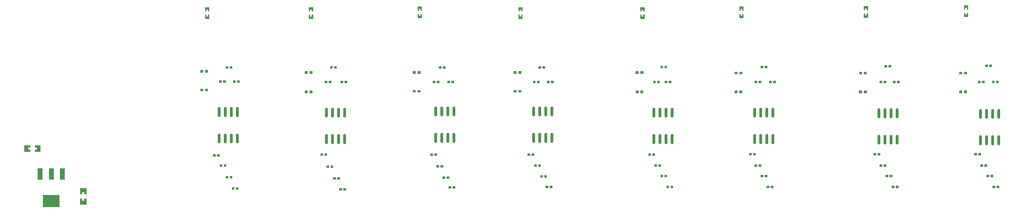
<source format=gtp>
G04 Layer: TopPasteMaskLayer*
G04 EasyEDA v6.5.9, 2022-07-19 10:17:32*
G04 949b56ed96714d3c9a1e36b78244d617,84c7e2b185e6486294edc9ff802fc075,10*
G04 Gerber Generator version 0.2*
G04 Scale: 100 percent, Rotated: No, Reflected: No *
G04 Dimensions in millimeters *
G04 leading zeros omitted , absolute positions ,4 integer and 5 decimal *
%FSLAX45Y45*%
%MOMM*%

%ADD10C,0.5740*%
%ADD11R,1.0500X2.4650*%

%LPD*%
G36*
X4841900Y12892582D02*
G01*
X4836922Y12887604D01*
X4836922Y12842595D01*
X4841900Y12837617D01*
X4889906Y12837617D01*
X4896916Y12842595D01*
X4896916Y12887604D01*
X4889906Y12892582D01*
G37*
G36*
X4939893Y12892582D02*
G01*
X4932883Y12887604D01*
X4932883Y12842595D01*
X4939893Y12837617D01*
X4987899Y12837617D01*
X4992878Y12842595D01*
X4992878Y12887604D01*
X4987899Y12892582D01*
G37*
G36*
X7026300Y12460782D02*
G01*
X7021322Y12455804D01*
X7021322Y12410795D01*
X7026300Y12405817D01*
X7074306Y12405817D01*
X7081316Y12410795D01*
X7081316Y12455804D01*
X7074306Y12460782D01*
G37*
G36*
X7124293Y12460782D02*
G01*
X7117283Y12455804D01*
X7117283Y12410795D01*
X7124293Y12405817D01*
X7172299Y12405817D01*
X7177278Y12410795D01*
X7177278Y12455804D01*
X7172299Y12460782D01*
G37*
G36*
X9286900Y12473482D02*
G01*
X9281922Y12468504D01*
X9281922Y12423495D01*
X9286900Y12418517D01*
X9334906Y12418517D01*
X9341916Y12423495D01*
X9341916Y12468504D01*
X9334906Y12473482D01*
G37*
G36*
X9384893Y12473482D02*
G01*
X9377883Y12468504D01*
X9377883Y12423495D01*
X9384893Y12418517D01*
X9432899Y12418517D01*
X9437878Y12423495D01*
X9437878Y12468504D01*
X9432899Y12473482D01*
G37*
G36*
X11395100Y12473482D02*
G01*
X11390122Y12468504D01*
X11390122Y12423495D01*
X11395100Y12418517D01*
X11443106Y12418517D01*
X11450116Y12423495D01*
X11450116Y12468504D01*
X11443106Y12473482D01*
G37*
G36*
X11493093Y12473482D02*
G01*
X11486083Y12468504D01*
X11486083Y12423495D01*
X11493093Y12418517D01*
X11541099Y12418517D01*
X11546078Y12423495D01*
X11546078Y12468504D01*
X11541099Y12473482D01*
G37*
G36*
X13947800Y12460782D02*
G01*
X13942822Y12455804D01*
X13942822Y12410795D01*
X13947800Y12405817D01*
X13995806Y12405817D01*
X14002816Y12410795D01*
X14002816Y12455804D01*
X13995806Y12460782D01*
G37*
G36*
X14045793Y12460782D02*
G01*
X14038783Y12455804D01*
X14038783Y12410795D01*
X14045793Y12405817D01*
X14093799Y12405817D01*
X14098778Y12410795D01*
X14098778Y12455804D01*
X14093799Y12460782D01*
G37*
G36*
X16017900Y12460782D02*
G01*
X16012922Y12455804D01*
X16012922Y12410795D01*
X16017900Y12405817D01*
X16065906Y12405817D01*
X16072916Y12410795D01*
X16072916Y12455804D01*
X16065906Y12460782D01*
G37*
G36*
X16115893Y12460782D02*
G01*
X16108883Y12455804D01*
X16108883Y12410795D01*
X16115893Y12405817D01*
X16163899Y12405817D01*
X16168878Y12410795D01*
X16168878Y12455804D01*
X16163899Y12460782D01*
G37*
G36*
X18621400Y12854482D02*
G01*
X18616422Y12849504D01*
X18616422Y12804495D01*
X18621400Y12799517D01*
X18669406Y12799517D01*
X18676416Y12804495D01*
X18676416Y12849504D01*
X18669406Y12854482D01*
G37*
G36*
X18719393Y12854482D02*
G01*
X18712383Y12849504D01*
X18712383Y12804495D01*
X18719393Y12799517D01*
X18767399Y12799517D01*
X18772378Y12804495D01*
X18772378Y12849504D01*
X18767399Y12854482D01*
G37*
G36*
X20716900Y12854482D02*
G01*
X20711922Y12849504D01*
X20711922Y12804495D01*
X20716900Y12799517D01*
X20764906Y12799517D01*
X20771916Y12804495D01*
X20771916Y12849504D01*
X20764906Y12854482D01*
G37*
G36*
X20814893Y12854482D02*
G01*
X20807883Y12849504D01*
X20807883Y12804495D01*
X20814893Y12799517D01*
X20862899Y12799517D01*
X20867878Y12804495D01*
X20867878Y12849504D01*
X20862899Y12854482D01*
G37*
G36*
X1158290Y11310518D02*
G01*
X1153312Y11305489D01*
X1153312Y11177524D01*
X1158290Y11172494D01*
X1273302Y11172494D01*
X1278280Y11177524D01*
X1277823Y11219484D01*
X1233779Y11219484D01*
X1233779Y11264493D01*
X1278788Y11264493D01*
X1278280Y11305489D01*
X1273302Y11310518D01*
G37*
G36*
X1373276Y11310518D02*
G01*
X1368298Y11305489D01*
X1368806Y11264493D01*
X1412798Y11264493D01*
X1412798Y11219484D01*
X1368298Y11219484D01*
X1368298Y11177524D01*
X1373276Y11172494D01*
X1488287Y11172494D01*
X1493316Y11177524D01*
X1493316Y11305489D01*
X1488287Y11310518D01*
G37*
G36*
X2362606Y10194188D02*
G01*
X2321610Y10193680D01*
X2316581Y10188702D01*
X2316581Y10073690D01*
X2321610Y10068712D01*
X2449576Y10068712D01*
X2454605Y10073690D01*
X2454605Y10188702D01*
X2449576Y10193680D01*
X2407615Y10193223D01*
X2407615Y10149179D01*
X2362606Y10149179D01*
G37*
G36*
X2321610Y10408716D02*
G01*
X2316581Y10403687D01*
X2316581Y10288676D01*
X2321610Y10283698D01*
X2362606Y10284206D01*
X2362606Y10328198D01*
X2407615Y10328198D01*
X2407615Y10283698D01*
X2449576Y10283698D01*
X2454605Y10288676D01*
X2454605Y10403687D01*
X2449576Y10408716D01*
G37*
G36*
X4939893Y12498882D02*
G01*
X4934915Y12493904D01*
X4934915Y12448895D01*
X4939893Y12443917D01*
X4992878Y12443917D01*
X4997907Y12448895D01*
X4997907Y12493904D01*
X4992878Y12498882D01*
G37*
G36*
X4836922Y12498882D02*
G01*
X4831892Y12493904D01*
X4831892Y12448895D01*
X4836922Y12443917D01*
X4889906Y12443917D01*
X4894884Y12448895D01*
X4894884Y12493904D01*
X4889906Y12498882D01*
G37*
G36*
X7124293Y12867182D02*
G01*
X7119315Y12862204D01*
X7119315Y12817195D01*
X7124293Y12812217D01*
X7177278Y12812217D01*
X7182307Y12817195D01*
X7182307Y12862204D01*
X7177278Y12867182D01*
G37*
G36*
X7021322Y12867182D02*
G01*
X7016292Y12862204D01*
X7016292Y12817195D01*
X7021322Y12812217D01*
X7074306Y12812217D01*
X7079284Y12817195D01*
X7079284Y12862204D01*
X7074306Y12867182D01*
G37*
G36*
X11493093Y12867182D02*
G01*
X11488115Y12862204D01*
X11488115Y12817195D01*
X11493093Y12812217D01*
X11546078Y12812217D01*
X11551107Y12817195D01*
X11551107Y12862204D01*
X11546078Y12867182D01*
G37*
G36*
X11390122Y12867182D02*
G01*
X11385092Y12862204D01*
X11385092Y12817195D01*
X11390122Y12812217D01*
X11443106Y12812217D01*
X11448084Y12817195D01*
X11448084Y12862204D01*
X11443106Y12867182D01*
G37*
G36*
X9384893Y12867182D02*
G01*
X9379915Y12862204D01*
X9379915Y12817195D01*
X9384893Y12812217D01*
X9437878Y12812217D01*
X9442907Y12817195D01*
X9442907Y12862204D01*
X9437878Y12867182D01*
G37*
G36*
X9281922Y12867182D02*
G01*
X9276892Y12862204D01*
X9276892Y12817195D01*
X9281922Y12812217D01*
X9334906Y12812217D01*
X9339884Y12817195D01*
X9339884Y12862204D01*
X9334906Y12867182D01*
G37*
G36*
X18719393Y12460782D02*
G01*
X18714415Y12455804D01*
X18714415Y12410795D01*
X18719393Y12405817D01*
X18772378Y12405817D01*
X18777407Y12410795D01*
X18777407Y12455804D01*
X18772378Y12460782D01*
G37*
G36*
X18616422Y12460782D02*
G01*
X18611392Y12455804D01*
X18611392Y12410795D01*
X18616422Y12405817D01*
X18669406Y12405817D01*
X18674384Y12410795D01*
X18674384Y12455804D01*
X18669406Y12460782D01*
G37*
G36*
X20814893Y12460782D02*
G01*
X20809915Y12455804D01*
X20809915Y12410795D01*
X20814893Y12405817D01*
X20867878Y12405817D01*
X20872907Y12410795D01*
X20872907Y12455804D01*
X20867878Y12460782D01*
G37*
G36*
X20711922Y12460782D02*
G01*
X20706892Y12455804D01*
X20706892Y12410795D01*
X20711922Y12405817D01*
X20764906Y12405817D01*
X20769884Y12410795D01*
X20769884Y12455804D01*
X20764906Y12460782D01*
G37*
G36*
X16115893Y12854482D02*
G01*
X16110915Y12849504D01*
X16110915Y12804495D01*
X16115893Y12799517D01*
X16168878Y12799517D01*
X16173907Y12804495D01*
X16173907Y12849504D01*
X16168878Y12854482D01*
G37*
G36*
X16012922Y12854482D02*
G01*
X16007892Y12849504D01*
X16007892Y12804495D01*
X16012922Y12799517D01*
X16065906Y12799517D01*
X16070884Y12804495D01*
X16070884Y12849504D01*
X16065906Y12854482D01*
G37*
G36*
X14045793Y12867182D02*
G01*
X14040815Y12862204D01*
X14040815Y12817195D01*
X14045793Y12812217D01*
X14098778Y12812217D01*
X14103807Y12817195D01*
X14103807Y12862204D01*
X14098778Y12867182D01*
G37*
G36*
X13942822Y12867182D02*
G01*
X13937792Y12862204D01*
X13937792Y12817195D01*
X13942822Y12812217D01*
X13995806Y12812217D01*
X14000784Y12817195D01*
X14000784Y12862204D01*
X13995806Y12867182D01*
G37*
G36*
X5580126Y10428325D02*
G01*
X5576112Y10424312D01*
X5576112Y10378287D01*
X5580126Y10374274D01*
X5630164Y10374274D01*
X5634177Y10378287D01*
X5634177Y10424312D01*
X5630164Y10428325D01*
G37*
G36*
X5495036Y10428325D02*
G01*
X5491022Y10424312D01*
X5491022Y10378287D01*
X5495036Y10374274D01*
X5545074Y10374274D01*
X5549087Y10378287D01*
X5549087Y10424312D01*
X5545074Y10428325D01*
G37*
G36*
X5453126Y10669625D02*
G01*
X5449112Y10665612D01*
X5449112Y10619587D01*
X5453126Y10615574D01*
X5503164Y10615574D01*
X5507177Y10619587D01*
X5507177Y10665612D01*
X5503164Y10669625D01*
G37*
G36*
X5368036Y10669625D02*
G01*
X5364022Y10665612D01*
X5364022Y10619587D01*
X5368036Y10615574D01*
X5418074Y10615574D01*
X5422087Y10619587D01*
X5422087Y10665612D01*
X5418074Y10669625D01*
G37*
G36*
X5326126Y10910925D02*
G01*
X5322112Y10906912D01*
X5322112Y10860887D01*
X5326126Y10856874D01*
X5376164Y10856874D01*
X5380177Y10860887D01*
X5380177Y10906912D01*
X5376164Y10910925D01*
G37*
G36*
X5241036Y10910925D02*
G01*
X5237022Y10906912D01*
X5237022Y10860887D01*
X5241036Y10856874D01*
X5291074Y10856874D01*
X5295087Y10860887D01*
X5295087Y10906912D01*
X5291074Y10910925D01*
G37*
G36*
X5186426Y11126825D02*
G01*
X5182412Y11122812D01*
X5182412Y11076787D01*
X5186426Y11072774D01*
X5236464Y11072774D01*
X5240477Y11076787D01*
X5240477Y11122812D01*
X5236464Y11126825D01*
G37*
G36*
X5101336Y11126825D02*
G01*
X5097322Y11122812D01*
X5097322Y11076787D01*
X5101336Y11072774D01*
X5151374Y11072774D01*
X5155387Y11076787D01*
X5155387Y11122812D01*
X5151374Y11126825D01*
G37*
G36*
X5228336Y12676225D02*
G01*
X5224322Y12672212D01*
X5224322Y12626187D01*
X5228336Y12622174D01*
X5278374Y12622174D01*
X5282387Y12626187D01*
X5282387Y12672212D01*
X5278374Y12676225D01*
G37*
G36*
X5313426Y12676225D02*
G01*
X5309412Y12672212D01*
X5309412Y12626187D01*
X5313426Y12622174D01*
X5363464Y12622174D01*
X5367477Y12626187D01*
X5367477Y12672212D01*
X5363464Y12676225D01*
G37*
G36*
X5605526Y12676225D02*
G01*
X5601512Y12672212D01*
X5601512Y12626187D01*
X5605526Y12622174D01*
X5655564Y12622174D01*
X5659577Y12626187D01*
X5659577Y12672212D01*
X5655564Y12676225D01*
G37*
G36*
X5520436Y12676225D02*
G01*
X5516422Y12672212D01*
X5516422Y12626187D01*
X5520436Y12622174D01*
X5570474Y12622174D01*
X5574487Y12626187D01*
X5574487Y12672212D01*
X5570474Y12676225D01*
G37*
G36*
X5368036Y12968325D02*
G01*
X5364022Y12964312D01*
X5364022Y12918287D01*
X5368036Y12914274D01*
X5418074Y12914274D01*
X5422087Y12918287D01*
X5422087Y12964312D01*
X5418074Y12968325D01*
G37*
G36*
X5453126Y12968325D02*
G01*
X5449112Y12964312D01*
X5449112Y12918287D01*
X5453126Y12914274D01*
X5503164Y12914274D01*
X5507177Y12918287D01*
X5507177Y12964312D01*
X5503164Y12968325D01*
G37*
G36*
X7552436Y12968325D02*
G01*
X7548422Y12964312D01*
X7548422Y12918287D01*
X7552436Y12914274D01*
X7602474Y12914274D01*
X7606487Y12918287D01*
X7606487Y12964312D01*
X7602474Y12968325D01*
G37*
G36*
X7637525Y12968325D02*
G01*
X7633512Y12964312D01*
X7633512Y12918287D01*
X7637525Y12914274D01*
X7687564Y12914274D01*
X7691577Y12918287D01*
X7691577Y12964312D01*
X7687564Y12968325D01*
G37*
G36*
X7853425Y12663525D02*
G01*
X7849412Y12659512D01*
X7849412Y12613487D01*
X7853425Y12609474D01*
X7903464Y12609474D01*
X7907477Y12613487D01*
X7907477Y12659512D01*
X7903464Y12663525D01*
G37*
G36*
X7768336Y12663525D02*
G01*
X7764322Y12659512D01*
X7764322Y12613487D01*
X7768336Y12609474D01*
X7818374Y12609474D01*
X7822387Y12613487D01*
X7822387Y12659512D01*
X7818374Y12663525D01*
G37*
G36*
X7438136Y12663525D02*
G01*
X7434122Y12659512D01*
X7434122Y12613487D01*
X7438136Y12609474D01*
X7488174Y12609474D01*
X7492187Y12613487D01*
X7492187Y12659512D01*
X7488174Y12663525D01*
G37*
G36*
X7523225Y12663525D02*
G01*
X7519212Y12659512D01*
X7519212Y12613487D01*
X7523225Y12609474D01*
X7573264Y12609474D01*
X7577277Y12613487D01*
X7577277Y12659512D01*
X7573264Y12663525D01*
G37*
G36*
X7434325Y11139525D02*
G01*
X7430312Y11135512D01*
X7430312Y11089487D01*
X7434325Y11085474D01*
X7484364Y11085474D01*
X7488377Y11089487D01*
X7488377Y11135512D01*
X7484364Y11139525D01*
G37*
G36*
X7349236Y11139525D02*
G01*
X7345222Y11135512D01*
X7345222Y11089487D01*
X7349236Y11085474D01*
X7399274Y11085474D01*
X7403287Y11089487D01*
X7403287Y11135512D01*
X7399274Y11139525D01*
G37*
G36*
X7561325Y10885525D02*
G01*
X7557312Y10881512D01*
X7557312Y10835487D01*
X7561325Y10831474D01*
X7611364Y10831474D01*
X7615377Y10835487D01*
X7615377Y10881512D01*
X7611364Y10885525D01*
G37*
G36*
X7476236Y10885525D02*
G01*
X7472222Y10881512D01*
X7472222Y10835487D01*
X7476236Y10831474D01*
X7526274Y10831474D01*
X7530287Y10835487D01*
X7530287Y10881512D01*
X7526274Y10885525D01*
G37*
G36*
X7701025Y10644225D02*
G01*
X7697012Y10640212D01*
X7697012Y10594187D01*
X7701025Y10590174D01*
X7751064Y10590174D01*
X7755077Y10594187D01*
X7755077Y10640212D01*
X7751064Y10644225D01*
G37*
G36*
X7615936Y10644225D02*
G01*
X7611922Y10640212D01*
X7611922Y10594187D01*
X7615936Y10590174D01*
X7665974Y10590174D01*
X7669987Y10594187D01*
X7669987Y10640212D01*
X7665974Y10644225D01*
G37*
G36*
X7828025Y10415625D02*
G01*
X7824012Y10411612D01*
X7824012Y10365587D01*
X7828025Y10361574D01*
X7878064Y10361574D01*
X7882077Y10365587D01*
X7882077Y10411612D01*
X7878064Y10415625D01*
G37*
G36*
X7742936Y10415625D02*
G01*
X7738922Y10411612D01*
X7738922Y10365587D01*
X7742936Y10361574D01*
X7792974Y10361574D01*
X7796987Y10365587D01*
X7796987Y10411612D01*
X7792974Y10415625D01*
G37*
G36*
X12146026Y10466425D02*
G01*
X12142012Y10462412D01*
X12142012Y10416387D01*
X12146026Y10412374D01*
X12196064Y10412374D01*
X12200077Y10416387D01*
X12200077Y10462412D01*
X12196064Y10466425D01*
G37*
G36*
X12060936Y10466425D02*
G01*
X12056922Y10462412D01*
X12056922Y10416387D01*
X12060936Y10412374D01*
X12110974Y10412374D01*
X12114987Y10416387D01*
X12114987Y10462412D01*
X12110974Y10466425D01*
G37*
G36*
X12031726Y10682325D02*
G01*
X12027712Y10678312D01*
X12027712Y10632287D01*
X12031726Y10628274D01*
X12081764Y10628274D01*
X12085777Y10632287D01*
X12085777Y10678312D01*
X12081764Y10682325D01*
G37*
G36*
X11946636Y10682325D02*
G01*
X11942622Y10678312D01*
X11942622Y10632287D01*
X11946636Y10628274D01*
X11996674Y10628274D01*
X12000687Y10632287D01*
X12000687Y10678312D01*
X11996674Y10682325D01*
G37*
G36*
X11904726Y10910925D02*
G01*
X11900712Y10906912D01*
X11900712Y10860887D01*
X11904726Y10856874D01*
X11954764Y10856874D01*
X11958777Y10860887D01*
X11958777Y10906912D01*
X11954764Y10910925D01*
G37*
G36*
X11819636Y10910925D02*
G01*
X11815622Y10906912D01*
X11815622Y10860887D01*
X11819636Y10856874D01*
X11869674Y10856874D01*
X11873687Y10860887D01*
X11873687Y10906912D01*
X11869674Y10910925D01*
G37*
G36*
X11765026Y11139525D02*
G01*
X11761012Y11135512D01*
X11761012Y11089487D01*
X11765026Y11085474D01*
X11815064Y11085474D01*
X11819077Y11089487D01*
X11819077Y11135512D01*
X11815064Y11139525D01*
G37*
G36*
X11679936Y11139525D02*
G01*
X11675922Y11135512D01*
X11675922Y11089487D01*
X11679936Y11085474D01*
X11729974Y11085474D01*
X11733987Y11089487D01*
X11733987Y11135512D01*
X11729974Y11139525D01*
G37*
G36*
X11794236Y12663525D02*
G01*
X11790222Y12659512D01*
X11790222Y12613487D01*
X11794236Y12609474D01*
X11844274Y12609474D01*
X11848287Y12613487D01*
X11848287Y12659512D01*
X11844274Y12663525D01*
G37*
G36*
X11879326Y12663525D02*
G01*
X11875312Y12659512D01*
X11875312Y12613487D01*
X11879326Y12609474D01*
X11929364Y12609474D01*
X11933377Y12613487D01*
X11933377Y12659512D01*
X11929364Y12663525D01*
G37*
G36*
X12171426Y12663525D02*
G01*
X12167412Y12659512D01*
X12167412Y12613487D01*
X12171426Y12609474D01*
X12221464Y12609474D01*
X12225477Y12613487D01*
X12225477Y12659512D01*
X12221464Y12663525D01*
G37*
G36*
X12086336Y12663525D02*
G01*
X12082322Y12659512D01*
X12082322Y12613487D01*
X12086336Y12609474D01*
X12136374Y12609474D01*
X12140387Y12613487D01*
X12140387Y12659512D01*
X12136374Y12663525D01*
G37*
G36*
X11908536Y12968325D02*
G01*
X11904522Y12964312D01*
X11904522Y12918287D01*
X11908536Y12914274D01*
X11958574Y12914274D01*
X11962587Y12918287D01*
X11962587Y12964312D01*
X11958574Y12968325D01*
G37*
G36*
X11993626Y12968325D02*
G01*
X11989612Y12964312D01*
X11989612Y12918287D01*
X11993626Y12914274D01*
X12043664Y12914274D01*
X12047677Y12918287D01*
X12047677Y12964312D01*
X12043664Y12968325D01*
G37*
G36*
X9825736Y12968325D02*
G01*
X9821722Y12964312D01*
X9821722Y12918287D01*
X9825736Y12914274D01*
X9875774Y12914274D01*
X9879787Y12918287D01*
X9879787Y12964312D01*
X9875774Y12968325D01*
G37*
G36*
X9910826Y12968325D02*
G01*
X9906812Y12964312D01*
X9906812Y12918287D01*
X9910826Y12914274D01*
X9960864Y12914274D01*
X9964877Y12918287D01*
X9964877Y12964312D01*
X9960864Y12968325D01*
G37*
G36*
X10088626Y12663525D02*
G01*
X10084612Y12659512D01*
X10084612Y12613487D01*
X10088626Y12609474D01*
X10138664Y12609474D01*
X10142677Y12613487D01*
X10142677Y12659512D01*
X10138664Y12663525D01*
G37*
G36*
X10003536Y12663525D02*
G01*
X9999522Y12659512D01*
X9999522Y12613487D01*
X10003536Y12609474D01*
X10053574Y12609474D01*
X10057587Y12613487D01*
X10057587Y12659512D01*
X10053574Y12663525D01*
G37*
G36*
X9698736Y12663525D02*
G01*
X9694722Y12659512D01*
X9694722Y12613487D01*
X9698736Y12609474D01*
X9748774Y12609474D01*
X9752787Y12613487D01*
X9752787Y12659512D01*
X9748774Y12663525D01*
G37*
G36*
X9783826Y12663525D02*
G01*
X9779812Y12659512D01*
X9779812Y12613487D01*
X9783826Y12609474D01*
X9833864Y12609474D01*
X9837877Y12613487D01*
X9837877Y12659512D01*
X9833864Y12663525D01*
G37*
G36*
X9733026Y11139525D02*
G01*
X9729012Y11135512D01*
X9729012Y11089487D01*
X9733026Y11085474D01*
X9783064Y11085474D01*
X9787077Y11089487D01*
X9787077Y11135512D01*
X9783064Y11139525D01*
G37*
G36*
X9647936Y11139525D02*
G01*
X9643922Y11135512D01*
X9643922Y11089487D01*
X9647936Y11085474D01*
X9697974Y11085474D01*
X9701987Y11089487D01*
X9701987Y11135512D01*
X9697974Y11139525D01*
G37*
G36*
X9860026Y10898225D02*
G01*
X9856012Y10894212D01*
X9856012Y10848187D01*
X9860026Y10844174D01*
X9910064Y10844174D01*
X9914077Y10848187D01*
X9914077Y10894212D01*
X9910064Y10898225D01*
G37*
G36*
X9774936Y10898225D02*
G01*
X9770922Y10894212D01*
X9770922Y10848187D01*
X9774936Y10844174D01*
X9824974Y10844174D01*
X9828987Y10848187D01*
X9828987Y10894212D01*
X9824974Y10898225D01*
G37*
G36*
X9987026Y10656925D02*
G01*
X9983012Y10652912D01*
X9983012Y10606887D01*
X9987026Y10602874D01*
X10037064Y10602874D01*
X10041077Y10606887D01*
X10041077Y10652912D01*
X10037064Y10656925D01*
G37*
G36*
X9901936Y10656925D02*
G01*
X9897922Y10652912D01*
X9897922Y10606887D01*
X9901936Y10602874D01*
X9951974Y10602874D01*
X9955987Y10606887D01*
X9955987Y10652912D01*
X9951974Y10656925D01*
G37*
G36*
X10114026Y10453725D02*
G01*
X10110012Y10449712D01*
X10110012Y10403687D01*
X10114026Y10399674D01*
X10164064Y10399674D01*
X10168077Y10403687D01*
X10168077Y10449712D01*
X10164064Y10453725D01*
G37*
G36*
X10028936Y10453725D02*
G01*
X10024922Y10449712D01*
X10024922Y10403687D01*
X10028936Y10399674D01*
X10078974Y10399674D01*
X10082987Y10403687D01*
X10082987Y10449712D01*
X10078974Y10453725D01*
G37*
G36*
X19385026Y10466425D02*
G01*
X19381012Y10462412D01*
X19381012Y10416387D01*
X19385026Y10412374D01*
X19435064Y10412374D01*
X19439077Y10416387D01*
X19439077Y10462412D01*
X19435064Y10466425D01*
G37*
G36*
X19299936Y10466425D02*
G01*
X19295922Y10462412D01*
X19295922Y10416387D01*
X19299936Y10412374D01*
X19349974Y10412374D01*
X19353987Y10416387D01*
X19353987Y10462412D01*
X19349974Y10466425D01*
G37*
G36*
X19258026Y10695025D02*
G01*
X19254012Y10691012D01*
X19254012Y10644987D01*
X19258026Y10640974D01*
X19308064Y10640974D01*
X19312077Y10644987D01*
X19312077Y10691012D01*
X19308064Y10695025D01*
G37*
G36*
X19172936Y10695025D02*
G01*
X19168922Y10691012D01*
X19168922Y10644987D01*
X19172936Y10640974D01*
X19222974Y10640974D01*
X19226987Y10644987D01*
X19226987Y10691012D01*
X19222974Y10695025D01*
G37*
G36*
X19131026Y10910925D02*
G01*
X19127012Y10906912D01*
X19127012Y10860887D01*
X19131026Y10856874D01*
X19181064Y10856874D01*
X19185077Y10860887D01*
X19185077Y10906912D01*
X19181064Y10910925D01*
G37*
G36*
X19045936Y10910925D02*
G01*
X19041922Y10906912D01*
X19041922Y10860887D01*
X19045936Y10856874D01*
X19095974Y10856874D01*
X19099987Y10860887D01*
X19099987Y10906912D01*
X19095974Y10910925D01*
G37*
G36*
X19004026Y11152225D02*
G01*
X19000012Y11148212D01*
X19000012Y11102187D01*
X19004026Y11098174D01*
X19054064Y11098174D01*
X19058077Y11102187D01*
X19058077Y11148212D01*
X19054064Y11152225D01*
G37*
G36*
X18918936Y11152225D02*
G01*
X18914922Y11148212D01*
X18914922Y11102187D01*
X18918936Y11098174D01*
X18968974Y11098174D01*
X18972987Y11102187D01*
X18972987Y11148212D01*
X18968974Y11152225D01*
G37*
G36*
X19045936Y12663525D02*
G01*
X19041922Y12659512D01*
X19041922Y12613487D01*
X19045936Y12609474D01*
X19095974Y12609474D01*
X19099987Y12613487D01*
X19099987Y12659512D01*
X19095974Y12663525D01*
G37*
G36*
X19131026Y12663525D02*
G01*
X19127012Y12659512D01*
X19127012Y12613487D01*
X19131026Y12609474D01*
X19181064Y12609474D01*
X19185077Y12613487D01*
X19185077Y12659512D01*
X19181064Y12663525D01*
G37*
G36*
X19410426Y12663525D02*
G01*
X19406412Y12659512D01*
X19406412Y12613487D01*
X19410426Y12609474D01*
X19460464Y12609474D01*
X19464477Y12613487D01*
X19464477Y12659512D01*
X19460464Y12663525D01*
G37*
G36*
X19325336Y12663525D02*
G01*
X19321322Y12659512D01*
X19321322Y12613487D01*
X19325336Y12609474D01*
X19375374Y12609474D01*
X19379387Y12613487D01*
X19379387Y12659512D01*
X19375374Y12663525D01*
G37*
G36*
X19147536Y12993725D02*
G01*
X19143522Y12989712D01*
X19143522Y12943687D01*
X19147536Y12939674D01*
X19197574Y12939674D01*
X19201587Y12943687D01*
X19201587Y12989712D01*
X19197574Y12993725D01*
G37*
G36*
X19232626Y12993725D02*
G01*
X19228612Y12989712D01*
X19228612Y12943687D01*
X19232626Y12939674D01*
X19282664Y12939674D01*
X19286677Y12943687D01*
X19286677Y12989712D01*
X19282664Y12993725D01*
G37*
G36*
X21255736Y13006425D02*
G01*
X21251722Y13002412D01*
X21251722Y12956387D01*
X21255736Y12952374D01*
X21305774Y12952374D01*
X21309787Y12956387D01*
X21309787Y13002412D01*
X21305774Y13006425D01*
G37*
G36*
X21340826Y13006425D02*
G01*
X21336812Y13002412D01*
X21336812Y12956387D01*
X21340826Y12952374D01*
X21390864Y12952374D01*
X21394877Y12956387D01*
X21394877Y13002412D01*
X21390864Y13006425D01*
G37*
G36*
X21480526Y12663525D02*
G01*
X21476512Y12659512D01*
X21476512Y12613487D01*
X21480526Y12609474D01*
X21530564Y12609474D01*
X21534577Y12613487D01*
X21534577Y12659512D01*
X21530564Y12663525D01*
G37*
G36*
X21395436Y12663525D02*
G01*
X21391422Y12659512D01*
X21391422Y12613487D01*
X21395436Y12609474D01*
X21445474Y12609474D01*
X21449487Y12613487D01*
X21449487Y12659512D01*
X21445474Y12663525D01*
G37*
G36*
X21103336Y12663525D02*
G01*
X21099322Y12659512D01*
X21099322Y12613487D01*
X21103336Y12609474D01*
X21153374Y12609474D01*
X21157387Y12613487D01*
X21157387Y12659512D01*
X21153374Y12663525D01*
G37*
G36*
X21188426Y12663525D02*
G01*
X21184412Y12659512D01*
X21184412Y12613487D01*
X21188426Y12609474D01*
X21238464Y12609474D01*
X21242477Y12613487D01*
X21242477Y12659512D01*
X21238464Y12663525D01*
G37*
G36*
X21112226Y11152225D02*
G01*
X21108212Y11148212D01*
X21108212Y11102187D01*
X21112226Y11098174D01*
X21162264Y11098174D01*
X21166277Y11102187D01*
X21166277Y11148212D01*
X21162264Y11152225D01*
G37*
G36*
X21027136Y11152225D02*
G01*
X21023122Y11148212D01*
X21023122Y11102187D01*
X21027136Y11098174D01*
X21077174Y11098174D01*
X21081187Y11102187D01*
X21081187Y11148212D01*
X21077174Y11152225D01*
G37*
G36*
X21239226Y10910925D02*
G01*
X21235212Y10906912D01*
X21235212Y10860887D01*
X21239226Y10856874D01*
X21289264Y10856874D01*
X21293277Y10860887D01*
X21293277Y10906912D01*
X21289264Y10910925D01*
G37*
G36*
X21154136Y10910925D02*
G01*
X21150122Y10906912D01*
X21150122Y10860887D01*
X21154136Y10856874D01*
X21204174Y10856874D01*
X21208187Y10860887D01*
X21208187Y10906912D01*
X21204174Y10910925D01*
G37*
G36*
X21366226Y10695025D02*
G01*
X21362212Y10691012D01*
X21362212Y10644987D01*
X21366226Y10640974D01*
X21416264Y10640974D01*
X21420277Y10644987D01*
X21420277Y10691012D01*
X21416264Y10695025D01*
G37*
G36*
X21281136Y10695025D02*
G01*
X21277122Y10691012D01*
X21277122Y10644987D01*
X21281136Y10640974D01*
X21331174Y10640974D01*
X21335187Y10644987D01*
X21335187Y10691012D01*
X21331174Y10695025D01*
G37*
G36*
X21493226Y10466425D02*
G01*
X21489212Y10462412D01*
X21489212Y10416387D01*
X21493226Y10412374D01*
X21543264Y10412374D01*
X21547277Y10416387D01*
X21547277Y10462412D01*
X21543264Y10466425D01*
G37*
G36*
X21408136Y10466425D02*
G01*
X21404122Y10462412D01*
X21404122Y10416387D01*
X21408136Y10412374D01*
X21458174Y10412374D01*
X21462187Y10416387D01*
X21462187Y10462412D01*
X21458174Y10466425D01*
G37*
G36*
X16768826Y10466425D02*
G01*
X16764812Y10462412D01*
X16764812Y10416387D01*
X16768826Y10412374D01*
X16818864Y10412374D01*
X16822877Y10416387D01*
X16822877Y10462412D01*
X16818864Y10466425D01*
G37*
G36*
X16683736Y10466425D02*
G01*
X16679722Y10462412D01*
X16679722Y10416387D01*
X16683736Y10412374D01*
X16733774Y10412374D01*
X16737787Y10416387D01*
X16737787Y10462412D01*
X16733774Y10466425D01*
G37*
G36*
X16641826Y10695025D02*
G01*
X16637812Y10691012D01*
X16637812Y10644987D01*
X16641826Y10640974D01*
X16691863Y10640974D01*
X16695877Y10644987D01*
X16695877Y10691012D01*
X16691863Y10695025D01*
G37*
G36*
X16556736Y10695025D02*
G01*
X16552722Y10691012D01*
X16552722Y10644987D01*
X16556736Y10640974D01*
X16606774Y10640974D01*
X16610787Y10644987D01*
X16610787Y10691012D01*
X16606774Y10695025D01*
G37*
G36*
X16514826Y10910925D02*
G01*
X16510812Y10906912D01*
X16510812Y10860887D01*
X16514826Y10856874D01*
X16564863Y10856874D01*
X16568877Y10860887D01*
X16568877Y10906912D01*
X16564863Y10910925D01*
G37*
G36*
X16429736Y10910925D02*
G01*
X16425722Y10906912D01*
X16425722Y10860887D01*
X16429736Y10856874D01*
X16479774Y10856874D01*
X16483787Y10860887D01*
X16483787Y10906912D01*
X16479774Y10910925D01*
G37*
G36*
X16400526Y11152225D02*
G01*
X16396512Y11148212D01*
X16396512Y11102187D01*
X16400526Y11098174D01*
X16450563Y11098174D01*
X16454577Y11102187D01*
X16454577Y11148212D01*
X16450563Y11152225D01*
G37*
G36*
X16315436Y11152225D02*
G01*
X16311422Y11148212D01*
X16311422Y11102187D01*
X16315436Y11098174D01*
X16365474Y11098174D01*
X16369487Y11102187D01*
X16369487Y11148212D01*
X16365474Y11152225D01*
G37*
G36*
X16429736Y12663525D02*
G01*
X16425722Y12659512D01*
X16425722Y12613487D01*
X16429736Y12609474D01*
X16479774Y12609474D01*
X16483787Y12613487D01*
X16483787Y12659512D01*
X16479774Y12663525D01*
G37*
G36*
X16514826Y12663525D02*
G01*
X16510812Y12659512D01*
X16510812Y12613487D01*
X16514826Y12609474D01*
X16564863Y12609474D01*
X16568877Y12613487D01*
X16568877Y12659512D01*
X16564863Y12663525D01*
G37*
G36*
X16819626Y12663525D02*
G01*
X16815612Y12659512D01*
X16815612Y12613487D01*
X16819626Y12609474D01*
X16869664Y12609474D01*
X16873677Y12613487D01*
X16873677Y12659512D01*
X16869664Y12663525D01*
G37*
G36*
X16734536Y12663525D02*
G01*
X16730522Y12659512D01*
X16730522Y12613487D01*
X16734536Y12609474D01*
X16784574Y12609474D01*
X16788587Y12613487D01*
X16788587Y12659512D01*
X16784574Y12663525D01*
G37*
G36*
X16556736Y12981025D02*
G01*
X16552722Y12977012D01*
X16552722Y12930987D01*
X16556736Y12926974D01*
X16606774Y12926974D01*
X16610787Y12930987D01*
X16610787Y12977012D01*
X16606774Y12981025D01*
G37*
G36*
X16641826Y12981025D02*
G01*
X16637812Y12977012D01*
X16637812Y12930987D01*
X16641826Y12926974D01*
X16691863Y12926974D01*
X16695877Y12930987D01*
X16695877Y12977012D01*
X16691863Y12981025D01*
G37*
G36*
X14461236Y12981025D02*
G01*
X14457222Y12977012D01*
X14457222Y12930987D01*
X14461236Y12926974D01*
X14511274Y12926974D01*
X14515287Y12930987D01*
X14515287Y12977012D01*
X14511274Y12981025D01*
G37*
G36*
X14546326Y12981025D02*
G01*
X14542312Y12977012D01*
X14542312Y12930987D01*
X14546326Y12926974D01*
X14596363Y12926974D01*
X14600377Y12930987D01*
X14600377Y12977012D01*
X14596363Y12981025D01*
G37*
G36*
X14635226Y12663525D02*
G01*
X14631212Y12659512D01*
X14631212Y12613487D01*
X14635226Y12609474D01*
X14685263Y12609474D01*
X14689277Y12613487D01*
X14689277Y12659512D01*
X14685263Y12663525D01*
G37*
G36*
X14550136Y12663525D02*
G01*
X14546122Y12659512D01*
X14546122Y12613487D01*
X14550136Y12609474D01*
X14600174Y12609474D01*
X14604187Y12613487D01*
X14604187Y12659512D01*
X14600174Y12663525D01*
G37*
G36*
X14308836Y12663525D02*
G01*
X14304822Y12659512D01*
X14304822Y12613487D01*
X14308836Y12609474D01*
X14358874Y12609474D01*
X14362887Y12613487D01*
X14362887Y12659512D01*
X14358874Y12663525D01*
G37*
G36*
X14393926Y12663525D02*
G01*
X14389912Y12659512D01*
X14389912Y12613487D01*
X14393926Y12609474D01*
X14443963Y12609474D01*
X14447977Y12613487D01*
X14447977Y12659512D01*
X14443963Y12663525D01*
G37*
G36*
X14292326Y11139525D02*
G01*
X14288312Y11135512D01*
X14288312Y11089487D01*
X14292326Y11085474D01*
X14342363Y11085474D01*
X14346377Y11089487D01*
X14346377Y11135512D01*
X14342363Y11139525D01*
G37*
G36*
X14207236Y11139525D02*
G01*
X14203222Y11135512D01*
X14203222Y11089487D01*
X14207236Y11085474D01*
X14257274Y11085474D01*
X14261287Y11089487D01*
X14261287Y11135512D01*
X14257274Y11139525D01*
G37*
G36*
X14419326Y10910925D02*
G01*
X14415312Y10906912D01*
X14415312Y10860887D01*
X14419326Y10856874D01*
X14469363Y10856874D01*
X14473377Y10860887D01*
X14473377Y10906912D01*
X14469363Y10910925D01*
G37*
G36*
X14334236Y10910925D02*
G01*
X14330222Y10906912D01*
X14330222Y10860887D01*
X14334236Y10856874D01*
X14384274Y10856874D01*
X14388287Y10860887D01*
X14388287Y10906912D01*
X14384274Y10910925D01*
G37*
G36*
X14546326Y10695025D02*
G01*
X14542312Y10691012D01*
X14542312Y10644987D01*
X14546326Y10640974D01*
X14596363Y10640974D01*
X14600377Y10644987D01*
X14600377Y10691012D01*
X14596363Y10695025D01*
G37*
G36*
X14461236Y10695025D02*
G01*
X14457222Y10691012D01*
X14457222Y10644987D01*
X14461236Y10640974D01*
X14511274Y10640974D01*
X14515287Y10644987D01*
X14515287Y10691012D01*
X14511274Y10695025D01*
G37*
G36*
X14673326Y10466425D02*
G01*
X14669312Y10462412D01*
X14669312Y10416387D01*
X14673326Y10412374D01*
X14723363Y10412374D01*
X14727377Y10416387D01*
X14727377Y10462412D01*
X14723363Y10466425D01*
G37*
G36*
X14588236Y10466425D02*
G01*
X14584222Y10462412D01*
X14584222Y10416387D01*
X14588236Y10412374D01*
X14638274Y10412374D01*
X14642287Y10416387D01*
X14642287Y10462412D01*
X14638274Y10466425D01*
G37*
G36*
X4938420Y14208810D02*
G01*
X4933391Y14203781D01*
X4933391Y14123822D01*
X4938420Y14118793D01*
X4961178Y14118793D01*
X4961178Y14155826D01*
X4994198Y14155826D01*
X4994198Y14118793D01*
X5018379Y14118793D01*
X5023408Y14123822D01*
X5023408Y14203781D01*
X5018379Y14208810D01*
G37*
G36*
X4938420Y14048790D02*
G01*
X4933391Y14043812D01*
X4933391Y13964818D01*
X4938420Y13959789D01*
X5018379Y13959789D01*
X5023408Y13964818D01*
X5023408Y14043812D01*
X5018379Y14048790D01*
X4994198Y14048790D01*
X4994198Y14010792D01*
X4961178Y14010792D01*
X4961178Y14048790D01*
G37*
G36*
X7110120Y14208810D02*
G01*
X7105091Y14203781D01*
X7105091Y14123822D01*
X7110120Y14118793D01*
X7132878Y14118793D01*
X7132878Y14155826D01*
X7165898Y14155826D01*
X7165898Y14118793D01*
X7190079Y14118793D01*
X7195108Y14123822D01*
X7195108Y14203781D01*
X7190079Y14208810D01*
G37*
G36*
X7110120Y14048790D02*
G01*
X7105091Y14043812D01*
X7105091Y13964818D01*
X7110120Y13959789D01*
X7190079Y13959789D01*
X7195108Y13964818D01*
X7195108Y14043812D01*
X7190079Y14048790D01*
X7165898Y14048790D01*
X7165898Y14010792D01*
X7132878Y14010792D01*
X7132878Y14048790D01*
G37*
G36*
X11491620Y14208810D02*
G01*
X11486591Y14203781D01*
X11486591Y14123822D01*
X11491620Y14118793D01*
X11514378Y14118793D01*
X11514378Y14155826D01*
X11547398Y14155826D01*
X11547398Y14118793D01*
X11571579Y14118793D01*
X11576608Y14123822D01*
X11576608Y14203781D01*
X11571579Y14208810D01*
G37*
G36*
X11491620Y14048790D02*
G01*
X11486591Y14043812D01*
X11486591Y13964818D01*
X11491620Y13959789D01*
X11571579Y13959789D01*
X11576608Y13964818D01*
X11576608Y14043812D01*
X11571579Y14048790D01*
X11547398Y14048790D01*
X11547398Y14010792D01*
X11514378Y14010792D01*
X11514378Y14048790D01*
G37*
G36*
X9383420Y14221510D02*
G01*
X9378391Y14216481D01*
X9378391Y14136522D01*
X9383420Y14131493D01*
X9406178Y14131493D01*
X9406178Y14168526D01*
X9439198Y14168526D01*
X9439198Y14131493D01*
X9463379Y14131493D01*
X9468408Y14136522D01*
X9468408Y14216481D01*
X9463379Y14221510D01*
G37*
G36*
X9383420Y14061490D02*
G01*
X9378391Y14056512D01*
X9378391Y13977518D01*
X9383420Y13972489D01*
X9463379Y13972489D01*
X9468408Y13977518D01*
X9468408Y14056512D01*
X9463379Y14061490D01*
X9439198Y14061490D01*
X9439198Y14023492D01*
X9406178Y14023492D01*
X9406178Y14061490D01*
G37*
G36*
X18717920Y14234210D02*
G01*
X18712891Y14229181D01*
X18712891Y14149222D01*
X18717920Y14144193D01*
X18740678Y14144193D01*
X18740678Y14181226D01*
X18773698Y14181226D01*
X18773698Y14144193D01*
X18797879Y14144193D01*
X18802908Y14149222D01*
X18802908Y14229181D01*
X18797879Y14234210D01*
G37*
G36*
X18717920Y14074190D02*
G01*
X18712891Y14069212D01*
X18712891Y13990218D01*
X18717920Y13985189D01*
X18797879Y13985189D01*
X18802908Y13990218D01*
X18802908Y14069212D01*
X18797879Y14074190D01*
X18773698Y14074190D01*
X18773698Y14036192D01*
X18740678Y14036192D01*
X18740678Y14074190D01*
G37*
G36*
X20813420Y14246910D02*
G01*
X20808391Y14241881D01*
X20808391Y14161922D01*
X20813420Y14156893D01*
X20836178Y14156893D01*
X20836178Y14193926D01*
X20869198Y14193926D01*
X20869198Y14156893D01*
X20893379Y14156893D01*
X20898408Y14161922D01*
X20898408Y14241881D01*
X20893379Y14246910D01*
G37*
G36*
X20813420Y14086890D02*
G01*
X20808391Y14081912D01*
X20808391Y14002918D01*
X20813420Y13997889D01*
X20893379Y13997889D01*
X20898408Y14002918D01*
X20898408Y14081912D01*
X20893379Y14086890D01*
X20869198Y14086890D01*
X20869198Y14048892D01*
X20836178Y14048892D01*
X20836178Y14086890D01*
G37*
G36*
X16114420Y14221510D02*
G01*
X16109391Y14216481D01*
X16109391Y14136522D01*
X16114420Y14131493D01*
X16137178Y14131493D01*
X16137178Y14168526D01*
X16170198Y14168526D01*
X16170198Y14131493D01*
X16194379Y14131493D01*
X16199408Y14136522D01*
X16199408Y14216481D01*
X16194379Y14221510D01*
G37*
G36*
X16114420Y14061490D02*
G01*
X16109391Y14056512D01*
X16109391Y13977518D01*
X16114420Y13972489D01*
X16194379Y13972489D01*
X16199408Y13977518D01*
X16199408Y14056512D01*
X16194379Y14061490D01*
X16170198Y14061490D01*
X16170198Y14023492D01*
X16137178Y14023492D01*
X16137178Y14061490D01*
G37*
G36*
X14044320Y14208810D02*
G01*
X14039291Y14203781D01*
X14039291Y14123822D01*
X14044320Y14118793D01*
X14067078Y14118793D01*
X14067078Y14155826D01*
X14100098Y14155826D01*
X14100098Y14118793D01*
X14124279Y14118793D01*
X14129308Y14123822D01*
X14129308Y14203781D01*
X14124279Y14208810D01*
G37*
G36*
X14044320Y14048790D02*
G01*
X14039291Y14043812D01*
X14039291Y13964818D01*
X14044320Y13959789D01*
X14124279Y13959789D01*
X14129308Y13964818D01*
X14129308Y14043812D01*
X14124279Y14048790D01*
X14100098Y14048790D01*
X14100098Y14010792D01*
X14067078Y14010792D01*
X14067078Y14048790D01*
G37*
D10*
X5219700Y11531092D02*
G01*
X5219700Y11384940D01*
X5346700Y11531092D02*
G01*
X5346700Y11384940D01*
X5473700Y11531092D02*
G01*
X5473700Y11384940D01*
X5600700Y11531092D02*
G01*
X5600700Y11384940D01*
X5219700Y12084659D02*
G01*
X5219700Y11938508D01*
X5346700Y12084659D02*
G01*
X5346700Y11938508D01*
X5473700Y12084659D02*
G01*
X5473700Y11938508D01*
X5600700Y12084659D02*
G01*
X5600700Y11938508D01*
X7467600Y11518392D02*
G01*
X7467600Y11372240D01*
X7594600Y11518392D02*
G01*
X7594600Y11372240D01*
X7721600Y11518392D02*
G01*
X7721600Y11372240D01*
X7848600Y11518392D02*
G01*
X7848600Y11372240D01*
X7467600Y12071959D02*
G01*
X7467600Y11925808D01*
X7594600Y12071959D02*
G01*
X7594600Y11925808D01*
X7721600Y12071959D02*
G01*
X7721600Y11925808D01*
X7848600Y12071959D02*
G01*
X7848600Y11925808D01*
X11798300Y11543792D02*
G01*
X11798300Y11397640D01*
X11925300Y11543792D02*
G01*
X11925300Y11397640D01*
X12052300Y11543792D02*
G01*
X12052300Y11397640D01*
X12179300Y11543792D02*
G01*
X12179300Y11397640D01*
X11798300Y12097359D02*
G01*
X11798300Y11951208D01*
X11925300Y12097359D02*
G01*
X11925300Y11951208D01*
X12052300Y12097359D02*
G01*
X12052300Y11951208D01*
X12179300Y12097359D02*
G01*
X12179300Y11951208D01*
X9753600Y11543792D02*
G01*
X9753600Y11397640D01*
X9880600Y11543792D02*
G01*
X9880600Y11397640D01*
X10007600Y11543792D02*
G01*
X10007600Y11397640D01*
X10134600Y11543792D02*
G01*
X10134600Y11397640D01*
X9753600Y12097359D02*
G01*
X9753600Y11951208D01*
X9880600Y12097359D02*
G01*
X9880600Y11951208D01*
X10007600Y12097359D02*
G01*
X10007600Y11951208D01*
X10134600Y12097359D02*
G01*
X10134600Y11951208D01*
X19024600Y11505692D02*
G01*
X19024600Y11359540D01*
X19151600Y11505692D02*
G01*
X19151600Y11359540D01*
X19278600Y11505692D02*
G01*
X19278600Y11359540D01*
X19405600Y11505692D02*
G01*
X19405600Y11359540D01*
X19024600Y12059259D02*
G01*
X19024600Y11913108D01*
X19151600Y12059259D02*
G01*
X19151600Y11913108D01*
X19278600Y12059259D02*
G01*
X19278600Y11913108D01*
X19405600Y12059259D02*
G01*
X19405600Y11913108D01*
X21145500Y11492992D02*
G01*
X21145500Y11346840D01*
X21272500Y11492992D02*
G01*
X21272500Y11346840D01*
X21399500Y11492992D02*
G01*
X21399500Y11346840D01*
X21526500Y11492992D02*
G01*
X21526500Y11346840D01*
X21145500Y12046559D02*
G01*
X21145500Y11900408D01*
X21272500Y12046559D02*
G01*
X21272500Y11900408D01*
X21399500Y12046559D02*
G01*
X21399500Y11900408D01*
X21526500Y12046559D02*
G01*
X21526500Y11900408D01*
X16421100Y11518392D02*
G01*
X16421100Y11372240D01*
X16548100Y11518392D02*
G01*
X16548100Y11372240D01*
X16675100Y11518392D02*
G01*
X16675100Y11372240D01*
X16802100Y11518392D02*
G01*
X16802100Y11372240D01*
X16421100Y12071959D02*
G01*
X16421100Y11925808D01*
X16548100Y12071959D02*
G01*
X16548100Y11925808D01*
X16675100Y12071959D02*
G01*
X16675100Y11925808D01*
X16802100Y12071959D02*
G01*
X16802100Y11925808D01*
X14312900Y11518392D02*
G01*
X14312900Y11372240D01*
X14439900Y11518392D02*
G01*
X14439900Y11372240D01*
X14566900Y11518392D02*
G01*
X14566900Y11372240D01*
X14693900Y11518392D02*
G01*
X14693900Y11372240D01*
X14312900Y12071959D02*
G01*
X14312900Y11925808D01*
X14439900Y12071959D02*
G01*
X14439900Y11925808D01*
X14566900Y12071959D02*
G01*
X14566900Y11925808D01*
X14693900Y12071959D02*
G01*
X14693900Y11925808D01*
D11*
G01*
X1944497Y10712450D03*
G01*
X1714500Y10712450D03*
G01*
X1484503Y10712450D03*
G36*
X1537500Y10264200D02*
G01*
X1891499Y10264200D01*
X1891499Y10017699D01*
X1537500Y10017699D01*
G37*
M02*

</source>
